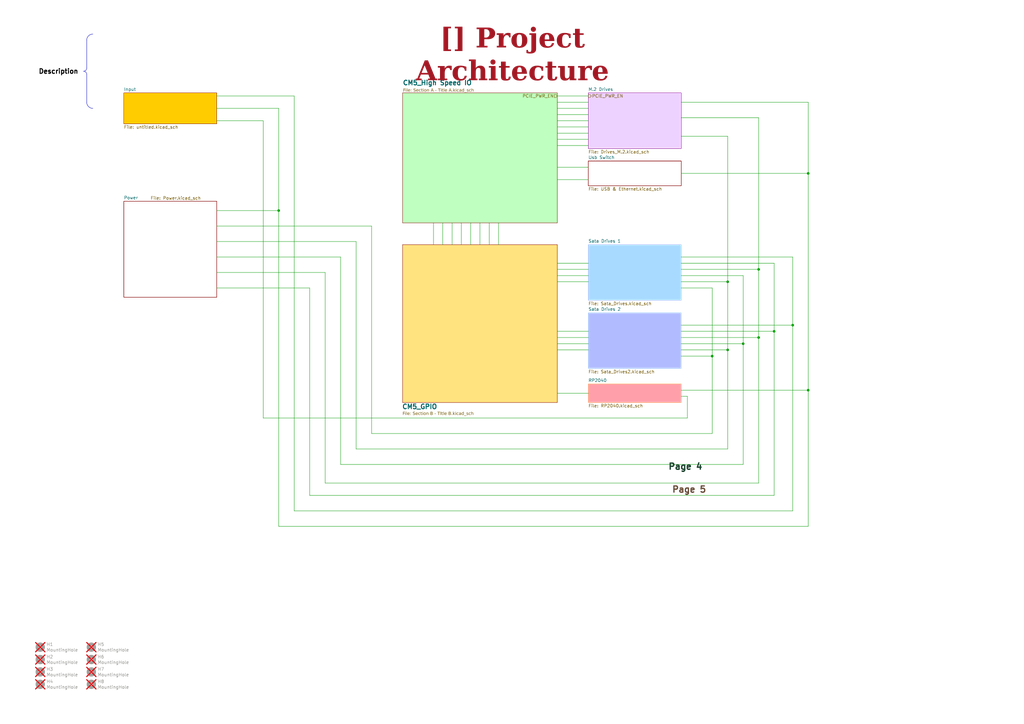
<source format=kicad_sch>
(kicad_sch (version 20250114) (generator "eeschema") (generator_version "9.0")
  (paper "A3")
  (title_block (title "Project Architecture") (date "Last Modified Date") (rev "${REVISION}") (company "${COMPANY}"))
  (lib_symbols
    (symbol "Mechanical:MountingHole" (pin_names (offset 1.016))
      (property "Reference" "H" (at 0 5.08 0))
      (property "Value" "MountingHole" (at 0 3.175 0))
      (symbol "MountingHole_0_1"
        (circle (center 0 0) (radius 1.27) (stroke (width 1.27)))
      )
    )
  )
  (arc (start 35.56 27.94) (mid 35.1851 28.8351) (end 34.29 29.21))
  (arc (start 34.29 29.21) (mid 35.1851 29.5849) (end 35.56 30.48))
  (arc (start 35.56 16.51) (mid 36.3039 14.7139) (end 38.1 13.97))
  (arc (start 38.1 44.45) (mid 36.3098 43.7002) (end 35.56 41.91))
  (text "Page 4" (at 288.29 193.04 0) (effects (font (size 2.54 2.54) (bold yes)) (justify right bottom)))
  (text "Page 5" (at 289.814 202.438 0) (effects (font (size 2.54 2.54) (bold yes)) (justify right bottom)))
  (text_box "Description" (at 16.51 26.67 0) (size 17.145 5.08) (margins 1.4287 1.4287 1.4287 1.4287) (stroke (width -0.0001)) (effects (font (size 1.905 1.905) (thickness 0.381) (bold yes)) (justify right top)))
  (text_box "[${#}] ${TITLE}" (at 144.78 16.51 0) (size 130.81 12.7) (margins 5.9999 5.9999 5.9999 5.9999) (stroke (width -0.0001)) (effects (font (size 8 8) (thickness 1.2) (bold yes))))
  (junction (at 311.15 138.43))
  (junction (at 331.47 71.12))
  (junction (at 114.3 86.36))
  (junction (at 311.15 110.49))
  (junction (at 304.8 140.97))
  (junction (at 331.47 160.02))
  (junction (at 298.45 143.51))
  (junction (at 325.12 133.35))
  (junction (at 292.1 146.05))
  (junction (at 298.45 115.57))
  (junction (at 317.5 135.89))
  (wire (pts (xy 279.4 140.97) (xy 304.8 140.97)))
  (wire (pts (xy 228.6 54.61) (xy 241.3 54.61)))
  (wire (pts (xy 228.6 113.03) (xy 241.3 113.03)))
  (wire (pts (xy 228.6 161.29) (xy 241.3 161.29)))
  (polyline (pts (xy 35.56 30.48) (xy 35.56 41.91)))
  (wire (pts (xy 228.6 107.95) (xy 241.3 107.95)))
  (wire (pts (xy 279.4 41.91) (xy 331.47 41.91)))
  (wire (pts (xy 281.94 171.45) (xy 281.94 162.56)))
  (wire (pts (xy 317.5 203.2) (xy 127 203.2)))
  (wire (pts (xy 279.4 113.03) (xy 304.8 113.03)))
  (wire (pts (xy 228.6 138.43) (xy 241.3 138.43)))
  (wire (pts (xy 228.6 68.58) (xy 241.3 68.58)))
  (wire (pts (xy 331.47 71.12) (xy 331.47 160.02)))
  (wire (pts (xy 185.42 91.44) (xy 185.42 100.33)))
  (wire (pts (xy 88.9 111.76) (xy 133.35 111.76)))
  (wire (pts (xy 204.47 91.44) (xy 204.47 100.33)))
  (polyline (pts (xy 35.56 27.94) (xy 35.56 16.51)))
  (wire (pts (xy 228.6 140.97) (xy 241.3 140.97)))
  (wire (pts (xy 228.6 115.57) (xy 241.3 115.57)))
  (wire (pts (xy 133.35 111.76) (xy 133.35 198.12)))
  (wire (pts (xy 304.8 190.5) (xy 304.8 140.97)))
  (wire (pts (xy 114.3 86.36) (xy 114.3 44.45)))
  (wire (pts (xy 311.15 110.49) (xy 311.15 138.43)))
  (wire (pts (xy 200.66 91.44) (xy 200.66 100.33)))
  (wire (pts (xy 88.9 118.11) (xy 127 118.11)))
  (wire (pts (xy 292.1 146.05) (xy 292.1 177.8)))
  (wire (pts (xy 279.4 160.02) (xy 331.47 160.02)))
  (wire (pts (xy 228.6 57.15) (xy 241.3 57.15)))
  (wire (pts (xy 228.6 59.69) (xy 241.3 59.69)))
  (wire (pts (xy 292.1 118.11) (xy 292.1 146.05)))
  (wire (pts (xy 298.45 115.57) (xy 298.45 55.88)))
  (wire (pts (xy 279.4 107.95) (xy 317.5 107.95)))
  (wire (pts (xy 279.4 118.11) (xy 292.1 118.11)))
  (wire (pts (xy 181.61 91.44) (xy 181.61 100.33)))
  (wire (pts (xy 228.6 143.51) (xy 241.3 143.51)))
  (wire (pts (xy 177.8 91.44) (xy 177.8 100.33)))
  (wire (pts (xy 279.4 110.49) (xy 311.15 110.49)))
  (wire (pts (xy 88.9 99.06) (xy 146.05 99.06)))
  (wire (pts (xy 133.35 198.12) (xy 311.15 198.12)))
  (wire (pts (xy 228.6 135.89) (xy 241.3 135.89)))
  (wire (pts (xy 196.85 91.44) (xy 196.85 100.33)))
  (wire (pts (xy 88.9 105.41) (xy 139.7 105.41)))
  (wire (pts (xy 317.5 107.95) (xy 317.5 135.89)))
  (wire (pts (xy 279.4 162.56) (xy 281.94 162.56)))
  (wire (pts (xy 88.9 44.45) (xy 114.3 44.45)))
  (wire (pts (xy 88.9 49.53) (xy 107.95 49.53)))
  (wire (pts (xy 325.12 133.35) (xy 325.12 209.55)))
  (wire (pts (xy 311.15 48.26) (xy 311.15 110.49)))
  (wire (pts (xy 189.23 91.44) (xy 189.23 100.33)))
  (wire (pts (xy 114.3 215.9) (xy 331.47 215.9)))
  (wire (pts (xy 88.9 39.37) (xy 120.65 39.37)))
  (wire (pts (xy 88.9 92.71) (xy 152.4 92.71)))
  (wire (pts (xy 279.4 146.05) (xy 292.1 146.05)))
  (wire (pts (xy 120.65 39.37) (xy 120.65 209.55)))
  (wire (pts (xy 298.45 115.57) (xy 298.45 143.51)))
  (wire (pts (xy 88.9 86.36) (xy 114.3 86.36)))
  (wire (pts (xy 152.4 177.8) (xy 292.1 177.8)))
  (wire (pts (xy 279.4 71.12) (xy 331.47 71.12)))
  (wire (pts (xy 228.6 39.37) (xy 241.3 39.37)))
  (wire (pts (xy 279.4 133.35) (xy 325.12 133.35)))
  (wire (pts (xy 107.95 171.45) (xy 281.94 171.45)))
  (wire (pts (xy 298.45 143.51) (xy 298.45 184.15)))
  (wire (pts (xy 228.6 44.45) (xy 241.3 44.45)))
  (wire (pts (xy 279.4 135.89) (xy 317.5 135.89)))
  (wire (pts (xy 279.4 55.88) (xy 298.45 55.88)))
  (wire (pts (xy 114.3 86.36) (xy 114.3 215.9)))
  (wire (pts (xy 279.4 138.43) (xy 311.15 138.43)))
  (wire (pts (xy 228.6 41.91) (xy 241.3 41.91)))
  (wire (pts (xy 228.6 110.49) (xy 241.3 110.49)))
  (wire (pts (xy 127 203.2) (xy 127 118.11)))
  (wire (pts (xy 317.5 135.89) (xy 317.5 203.2)))
  (wire (pts (xy 139.7 105.41) (xy 139.7 190.5)))
  (wire (pts (xy 311.15 138.43) (xy 311.15 198.12)))
  (wire (pts (xy 279.4 105.41) (xy 325.12 105.41)))
  (wire (pts (xy 325.12 105.41) (xy 325.12 133.35)))
  (wire (pts (xy 331.47 215.9) (xy 331.47 160.02)))
  (wire (pts (xy 139.7 190.5) (xy 304.8 190.5)))
  (wire (pts (xy 120.65 209.55) (xy 325.12 209.55)))
  (wire (pts (xy 152.4 92.71) (xy 152.4 177.8)))
  (wire (pts (xy 279.4 48.26) (xy 311.15 48.26)))
  (wire (pts (xy 228.6 49.53) (xy 241.3 49.53)))
  (wire (pts (xy 279.4 143.51) (xy 298.45 143.51)))
  (wire (pts (xy 228.6 46.99) (xy 241.3 46.99)))
  (wire (pts (xy 279.4 115.57) (xy 298.45 115.57)))
  (wire (pts (xy 228.6 52.07) (xy 241.3 52.07)))
  (wire (pts (xy 107.95 49.53) (xy 107.95 171.45)))
  (wire (pts (xy 228.6 73.66) (xy 241.3 73.66)))
  (wire (pts (xy 304.8 113.03) (xy 304.8 140.97)))
  (wire (pts (xy 146.05 99.06) (xy 146.05 184.15)))
  (wire (pts (xy 331.47 71.12) (xy 331.47 41.91)))
  (wire (pts (xy 146.05 184.15) (xy 298.45 184.15)))
  (wire (pts (xy 193.04 91.44) (xy 193.04 100.33)))
  (hierarchical_label "PCIE_PWR_EN" (shape output) (at 241.3 39.37 0))
  (hierarchical_label "PCIE_PWR_EN" (shape input) (at 228.6 39.37 180))
  (symbol (lib_id "Mechanical:MountingHole") (at 16.51 280.67 0) (unit 1) (exclude_from_sim yes) (in_bom no) (dnp yes)
    (property "Reference" "H4" (at 19.05 279.527 0) (effects (justify left)))
    (property "Value" "MountingHole" (at 19.05 281.813 0) (effects (justify left)))
    (property "Footprint" "MountingHole:MountingHole_2.7mm_M2.5_DIN965" (effects (hide yes)))
    (property "Field4" "nf" (effects (hide yes)))
    (property "Field5" "nf" (effects (hide yes)))
    (property "Field6" "nf" (effects (hide yes)))
    (property "Field7" "nf" (effects (hide yes)))
    (property "Part Description" "M2.5 mounting hole" (effects (hide yes)))
  )
  (symbol (lib_id "Mechanical:MountingHole") (at 16.51 275.59 0) (unit 1) (exclude_from_sim yes) (in_bom no) (dnp yes)
    (property "Reference" "H3" (at 19.05 274.447 0) (effects (justify left)))
    (property "Value" "MountingHole" (at 19.05 276.733 0) (effects (justify left)))
    (property "Footprint" "MountingHole:MountingHole_2.7mm_M2.5_DIN965" (effects (hide yes)))
    (property "Field4" "nf" (effects (hide yes)))
    (property "Field5" "nf" (effects (hide yes)))
    (property "Field6" "nf" (effects (hide yes)))
    (property "Field7" "nf" (effects (hide yes)))
    (property "Part Description" "M2.5 mounting hole" (effects (hide yes)))
  )
  (symbol (lib_id "Mechanical:MountingHole") (at 16.51 270.51 0) (unit 1) (exclude_from_sim yes) (in_bom no) (dnp yes)
    (property "Reference" "H2" (at 19.05 269.367 0) (effects (justify left)))
    (property "Value" "MountingHole" (at 19.05 271.653 0) (effects (justify left)))
    (property "Footprint" "MountingHole:MountingHole_2.7mm_M2.5_DIN965" (effects (hide yes)))
    (property "Field4" "nf" (effects (hide yes)))
    (property "Field5" "nf" (effects (hide yes)))
    (property "Field6" "nf" (effects (hide yes)))
    (property "Field7" "nf" (effects (hide yes)))
    (property "Part Description" "M2.5 mounting hole" (effects (hide yes)))
  )
  (symbol (lib_id "Mechanical:MountingHole") (at 16.51 265.43 0) (unit 1) (exclude_from_sim yes) (in_bom no) (dnp yes)
    (property "Reference" "H1" (at 19.05 264.287 0) (effects (justify left)))
    (property "Value" "MountingHole" (at 19.05 266.573 0) (effects (justify left)))
    (property "Footprint" "MountingHole:MountingHole_2.7mm_M2.5_DIN965" (effects (hide yes)))
    (property "Field4" "nf" (effects (hide yes)))
    (property "Field5" "nf" (effects (hide yes)))
    (property "Field6" "nf" (effects (hide yes)))
    (property "Field7" "nf" (effects (hide yes)))
    (property "Part Description" "M2.5 mounting hole" (effects (hide yes)))
  )
  (symbol (lib_id "Mechanical:MountingHole") (at 37.465 265.43 0) (unit 1) (exclude_from_sim yes) (in_bom no) (dnp yes)
    (property "Reference" "H5" (at 40.005 264.287 0) (effects (justify left)))
    (property "Value" "MountingHole" (at 40.005 266.573 0) (effects (justify left)))
    (property "Footprint" "MountingHole:MountingHole_2.7mm_M2.5_DIN965" (effects (hide yes)))
    (property "Field4" "nf" (effects (hide yes)))
    (property "Field5" "nf" (effects (hide yes)))
    (property "Field6" "nf" (effects (hide yes)))
    (property "Field7" "nf" (effects (hide yes)))
    (property "Part Description" "M2.5 mounting hole" (effects (hide yes)))
  )
  (symbol (lib_id "Mechanical:MountingHole") (at 37.465 280.67 0) (unit 1) (exclude_from_sim yes) (in_bom no) (dnp yes)
    (property "Reference" "H8" (at 40.005 279.527 0) (effects (justify left)))
    (property "Value" "MountingHole" (at 40.005 281.813 0) (effects (justify left)))
    (property "Footprint" "MountingHole:MountingHole_2.7mm_M2.5_DIN965" (effects (hide yes)))
    (property "Field4" "nf" (effects (hide yes)))
    (property "Field5" "nf" (effects (hide yes)))
    (property "Field6" "nf" (effects (hide yes)))
    (property "Field7" "nf" (effects (hide yes)))
    (property "Part Description" "M2.5 mounting hole" (effects (hide yes)))
  )
  (symbol (lib_id "Mechanical:MountingHole") (at 37.465 275.59 0) (unit 1) (exclude_from_sim yes) (in_bom no) (dnp yes)
    (property "Reference" "H7" (at 40.005 274.447 0) (effects (justify left)))
    (property "Value" "MountingHole" (at 40.005 276.733 0) (effects (justify left)))
    (property "Footprint" "MountingHole:MountingHole_2.7mm_M2.5_DIN965" (effects (hide yes)))
    (property "Field4" "nf" (effects (hide yes)))
    (property "Field5" "nf" (effects (hide yes)))
    (property "Field6" "nf" (effects (hide yes)))
    (property "Field7" "nf" (effects (hide yes)))
    (property "Part Description" "M2.5 mounting hole" (effects (hide yes)))
  )
  (symbol (lib_id "Mechanical:MountingHole") (at 37.465 270.51 0) (unit 1) (exclude_from_sim yes) (in_bom no) (dnp yes)
    (property "Reference" "H6" (at 40.005 269.367 0) (effects (justify left)))
    (property "Value" "MountingHole" (at 40.005 271.653 0) (effects (justify left)))
    (property "Footprint" "MountingHole:MountingHole_2.7mm_M2.5_DIN965" (effects (hide yes)))
    (property "Field4" "nf" (effects (hide yes)))
    (property "Field5" "nf" (effects (hide yes)))
    (property "Field6" "nf" (effects (hide yes)))
    (property "Field7" "nf" (effects (hide yes)))
    (property "Part Description" "M2.5 mounting hole" (effects (hide yes)))
  )
  (sheet (at 241.3 38.1) (size 38.1 22.86) (stroke (width 0.152) (color 132 0 132 1)) (fill (color 237 210 255 1.0000))
    (property "Sheetname" "M.2 Drives" (at 241.3 37.3886 0) (effects (justify left bottom)))
    (property "Sheetfile" "Drives_M.2.kicad_sch" (at 241.3 61.5444 0) (effects (justify left top)))
  )
  (sheet (at 241.3 128.27) (size 38.1 22.86) (stroke (width 0.1524) (color 168 218 255 1)) (fill (color 177 187 255 1.0000))
    (property "Sheetname" "Sata Drives 2" (at 241.3 127.5584 0) (effects (justify left bottom)))
    (property "Sheetfile" "Sata_Drives2.kicad_sch" (at 241.3 151.7146 0) (effects (justify left top)))
  )
  (sheet (at 50.8 82.55) (size 38.1 39.37) (stroke (width 0.1524))
    (property "Sheetname" "Power" (at 50.8 81.8384 0) (effects (justify left bottom)))
    (property "Sheetfile" "Power.kicad_sch" (at 61.722 80.518 0) (effects (justify left top)))
  )
  (sheet (at 241.3 66.04) (size 38.1 10.16) (stroke (width 0.1524))
    (property "Sheetname" "Usb Switch" (at 241.3 65.3284 0) (effects (justify left bottom)))
    (property "Sheetfile" "USB & Ethernet.kicad_sch" (at 241.3 76.7846 0) (effects (justify left top)))
  )
  (sheet (at 165.1 38.1) (size 63.5 53.34) (stroke (width 0.1524)) (fill (color 128 255 128 0.5000))
    (property "Sheetname" "CM5_High Speed IO" (at 165.1 35.052 0) (effects (font (size 1.905 1.905) (bold yes)) (justify left bottom)))
    (property "Sheetfile" "Section A - Title A.kicad_sch" (at 165.354 36.322 0) (effects (justify left top)))
  )
  (sheet (at 241.3 157.48) (size 38.1 7.62) (stroke (width 0.1524) (color 255 170 74 1)) (fill (color 255 159 170 1.0000))
    (property "Sheetname" "RP2040" (at 241.3 156.7684 0) (effects (justify left bottom)))
    (property "Sheetfile" "RP2040.kicad_sch" (at 241.3 165.6846 0) (effects (justify left top)))
  )
  (sheet (at 241.3 100.33) (size 38.1 22.86) (stroke (width 0.1524) (color 177 187 255 1)) (fill (color 168 218 255 1.0000))
    (property "Sheetname" "Sata Drives 1" (at 241.3 99.6184 0) (effects (justify left bottom)))
    (property "Sheetfile" "Sata_Drives.kicad_sch" (at 241.3 123.7746 0) (effects (justify left top)))
  )
  (sheet (at 165.1 100.33) (size 63.5 64.77) (stroke (width 0.1524)) (fill (color 255 200 0 0.5020))
    (property "Sheetname" "CM5_GPIO" (at 164.846 167.894 0) (effects (font (size 1.905 1.905) (bold yes)) (justify left bottom)))
    (property "Sheetfile" "Section B - TItle B.kicad_sch" (at 165.1 168.91 0) (effects (justify left top)))
  )
  (sheet (at 50.8 38.1) (size 38.1 12.7) (stroke (width 0.1524)) (fill (color 255 204 0 1.0000))
    (property "Sheetname" "Input" (at 50.8 37.3884 0) (effects (justify left bottom)))
    (property "Sheetfile" "untitled.kicad_sch" (at 50.8 51.3846 0) (effects (justify left top)))
  )
)
</source>
